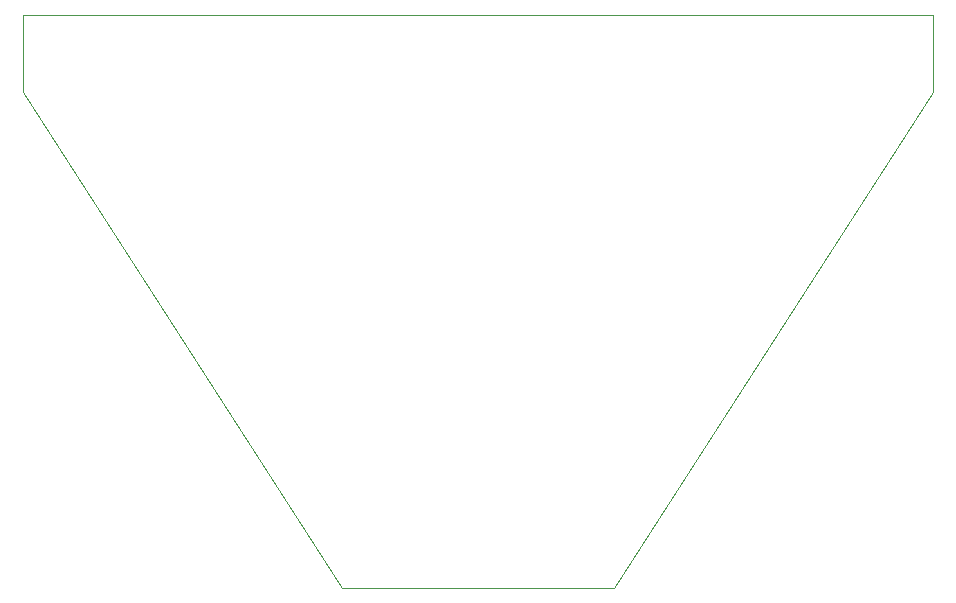
<source format=gbr>
%TF.GenerationSoftware,KiCad,Pcbnew,(6.0.2)*%
%TF.CreationDate,2022-03-08T19:53:29+01:00*%
%TF.ProjectId,numPAD_MCU,6e756d50-4144-45f4-9d43-552e6b696361,rev?*%
%TF.SameCoordinates,Original*%
%TF.FileFunction,Profile,NP*%
%FSLAX46Y46*%
G04 Gerber Fmt 4.6, Leading zero omitted, Abs format (unit mm)*
G04 Created by KiCad (PCBNEW (6.0.2)) date 2022-03-08 19:53:29*
%MOMM*%
%LPD*%
G01*
G04 APERTURE LIST*
%TA.AperFunction,Profile*%
%ADD10C,0.100000*%
%TD*%
G04 APERTURE END LIST*
D10*
X108000000Y-73500000D02*
X108000000Y-80000000D01*
X185000000Y-73500000D02*
X185000000Y-80000000D01*
X135000000Y-122000000D02*
X158000000Y-122000000D01*
X108000000Y-80000000D02*
X135000000Y-122000000D01*
X185000000Y-80000000D02*
X158000000Y-122000000D01*
X108000000Y-73500000D02*
X185000000Y-73500000D01*
M02*

</source>
